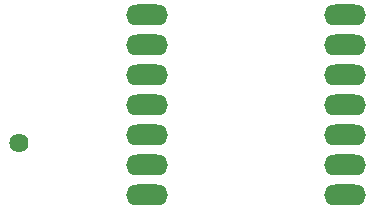
<source format=gbr>
%TF.GenerationSoftware,KiCad,Pcbnew,7.0.10*%
%TF.CreationDate,2024-01-29T15:01:41-08:00*%
%TF.ProjectId,FinalProject,46696e61-6c50-4726-9f6a-6563742e6b69,v2*%
%TF.SameCoordinates,Original*%
%TF.FileFunction,Copper,L2,Bot*%
%TF.FilePolarity,Positive*%
%FSLAX46Y46*%
G04 Gerber Fmt 4.6, Leading zero omitted, Abs format (unit mm)*
G04 Created by KiCad (PCBNEW 7.0.10) date 2024-01-29 15:01:41*
%MOMM*%
%LPD*%
G01*
G04 APERTURE LIST*
%TA.AperFunction,ComponentPad*%
%ADD10C,1.625000*%
%TD*%
%TA.AperFunction,ComponentPad*%
%ADD11O,3.556000X1.778000*%
%TD*%
G04 APERTURE END LIST*
D10*
%TO.P,IC1,3,GND*%
%TO.N,GND*%
X111304000Y-104267000D03*
%TD*%
D11*
%TO.P,U1,1,GPIO1_A0_D0*%
%TO.N,Net-(IC1-BCLK)*%
X122174000Y-93472000D03*
%TO.P,U1,2,GPIO2_A1_D1*%
%TO.N,unconnected-(U1-GPIO2_A1_D1-Pad2)*%
X122174000Y-96012000D03*
%TO.P,U1,3,GPIO3_A2_D2*%
%TO.N,Net-(IC1-WS)*%
X122174000Y-98552000D03*
%TO.P,U1,4,GPIO4_A3_D3*%
%TO.N,Net-(IC1-DATA)*%
X122174000Y-101092000D03*
%TO.P,U1,5,GPIO4_A3_D3_SDA*%
%TO.N,Net-(U1-GPIO4_A3_D3_SDA)*%
X122174000Y-103632000D03*
%TO.P,U1,6,GPIO6_A5_D5_SCL*%
%TO.N,Net-(U1-GPIO6_A5_D5_SCL)*%
X122174000Y-106172000D03*
%TO.P,U1,7,GPIO43_TX_D6*%
%TO.N,unconnected-(U1-GPIO43_TX_D6-Pad7)*%
X122174000Y-108712000D03*
%TO.P,U1,8,5V*%
%TO.N,unconnected-(U1-5V-Pad8)*%
X138938000Y-93472000D03*
%TO.P,U1,9,GND*%
%TO.N,GND*%
X138938000Y-96012000D03*
%TO.P,U1,10,3V3*%
%TO.N,/3.3V*%
X138938000Y-98552000D03*
%TO.P,U1,11,GPIO9_A10_D10_COPI*%
%TO.N,unconnected-(U1-GPIO9_A10_D10_COPI-Pad11)*%
X138938000Y-101092000D03*
%TO.P,U1,12,GPIO8_A9_D9_CIPO*%
%TO.N,unconnected-(U1-GPIO8_A9_D9_CIPO-Pad12)*%
X138938000Y-103632000D03*
%TO.P,U1,13,GPIO7_A8_D8_SCK*%
%TO.N,unconnected-(U1-GPIO7_A8_D8_SCK-Pad13)*%
X138938000Y-106172000D03*
%TO.P,U1,14,GPIO44_D7_RX*%
%TO.N,unconnected-(U1-GPIO44_D7_RX-Pad14)*%
X138938000Y-108712000D03*
%TD*%
M02*

</source>
